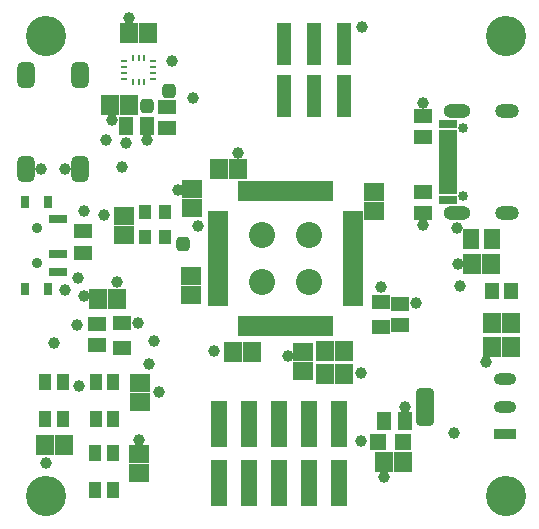
<source format=gbr>
%TF.GenerationSoftware,Altium Limited,Altium Designer,24.6.1 (21)*%
G04 Layer_Color=8388736*
%FSLAX45Y45*%
%MOMM*%
%TF.SameCoordinates,6A5B3439-CA9B-47F1-B443-B48DB32901A5*%
%TF.FilePolarity,Negative*%
%TF.FileFunction,Soldermask,Top*%
%TF.Part,Single*%
G01*
G75*
%TA.AperFunction,SMDPad,CuDef*%
%ADD10R,1.27000X3.68000*%
%TA.AperFunction,ConnectorPad*%
%ADD18R,1.50000X0.70000*%
%ADD19R,0.80000X1.00000*%
%TA.AperFunction,SMDPad,CuDef*%
%ADD22R,0.60000X0.25000*%
%ADD23R,0.25000X0.60000*%
%ADD25R,1.10000X1.30000*%
%ADD28R,1.90500X0.95213*%
G04:AMPARAMS|DCode=29|XSize=1.905mm|YSize=0.95213mm|CornerRadius=0.47606mm|HoleSize=0mm|Usage=FLASHONLY|Rotation=180.000|XOffset=0mm|YOffset=0mm|HoleType=Round|Shape=RoundedRectangle|*
%AMROUNDEDRECTD29*
21,1,1.90500,0.00000,0,0,180.0*
21,1,0.95287,0.95213,0,0,180.0*
1,1,0.95213,-0.47644,0.00000*
1,1,0.95213,0.47644,0.00000*
1,1,0.95213,0.47644,0.00000*
1,1,0.95213,-0.47644,0.00000*
%
%ADD29ROUNDEDRECTD29*%
G04:AMPARAMS|DCode=30|XSize=1.60429mm|YSize=3.26213mm|CornerRadius=0.47327mm|HoleSize=0mm|Usage=FLASHONLY|Rotation=180.000|XOffset=0mm|YOffset=0mm|HoleType=Round|Shape=RoundedRectangle|*
%AMROUNDEDRECTD30*
21,1,1.60429,2.31560,0,0,180.0*
21,1,0.65776,3.26213,0,0,180.0*
1,1,0.94654,-0.32888,1.15780*
1,1,0.94654,0.32888,1.15780*
1,1,0.94654,0.32888,-1.15780*
1,1,0.94654,-0.32888,-1.15780*
%
%ADD30ROUNDEDRECTD30*%
%ADD31R,1.25490X1.45620*%
%TA.AperFunction,ComponentPad*%
%ADD41C,0.90000*%
%TA.AperFunction,ConnectorPad*%
G04:AMPARAMS|DCode=56|XSize=2.2032mm|YSize=1.4532mm|CornerRadius=0.4141mm|HoleSize=0mm|Usage=FLASHONLY|Rotation=90.000|XOffset=0mm|YOffset=0mm|HoleType=Round|Shape=RoundedRectangle|*
%AMROUNDEDRECTD56*
21,1,2.20320,0.62500,0,0,90.0*
21,1,1.37500,1.45320,0,0,90.0*
1,1,0.82820,0.31250,0.68750*
1,1,0.82820,0.31250,-0.68750*
1,1,0.82820,-0.31250,-0.68750*
1,1,0.82820,-0.31250,0.68750*
%
%ADD56ROUNDEDRECTD56*%
%TA.AperFunction,SMDPad,CuDef*%
%ADD57R,0.50320X1.70320*%
%ADD58R,1.70320X0.50320*%
%ADD59R,1.65320X1.50320*%
%ADD60R,1.55320X1.20320*%
%ADD61R,1.50320X1.65320*%
%ADD62R,1.20320X1.55320*%
%ADD63R,1.00320X1.40320*%
%ADD64R,1.50320X1.30320*%
%ADD65R,1.40320X1.40320*%
%ADD66R,1.47320X3.88320*%
%TA.AperFunction,TestPad*%
G04:AMPARAMS|DCode=67|XSize=1.2032mm|YSize=1.2032mm|CornerRadius=0.3516mm|HoleSize=0mm|Usage=FLASHONLY|Rotation=90.000|XOffset=0mm|YOffset=0mm|HoleType=Round|Shape=RoundedRectangle|*
%AMROUNDEDRECTD67*
21,1,1.20320,0.50000,0,0,90.0*
21,1,0.50000,1.20320,0,0,90.0*
1,1,0.70320,0.25000,0.25000*
1,1,0.70320,0.25000,-0.25000*
1,1,0.70320,-0.25000,-0.25000*
1,1,0.70320,-0.25000,0.25000*
%
%ADD67ROUNDEDRECTD67*%
G04:AMPARAMS|DCode=68|XSize=1.2032mm|YSize=1.2032mm|CornerRadius=0.3516mm|HoleSize=0mm|Usage=FLASHONLY|Rotation=0.000|XOffset=0mm|YOffset=0mm|HoleType=Round|Shape=RoundedRectangle|*
%AMROUNDEDRECTD68*
21,1,1.20320,0.50000,0,0,0.0*
21,1,0.50000,1.20320,0,0,0.0*
1,1,0.70320,0.25000,-0.25000*
1,1,0.70320,-0.25000,-0.25000*
1,1,0.70320,-0.25000,0.25000*
1,1,0.70320,0.25000,0.25000*
%
%ADD68ROUNDEDRECTD68*%
%TA.AperFunction,SMDPad,CuDef*%
%ADD69R,1.35320X1.65320*%
%ADD70R,1.60320X0.80320*%
%ADD71R,1.60320X0.50320*%
%TA.AperFunction,ViaPad*%
%ADD72C,3.40320*%
%TA.AperFunction,ComponentPad*%
%ADD73O,2.00320X1.20320*%
%ADD74O,2.30320X1.20320*%
%ADD75C,0.85320*%
%TA.AperFunction,ViaPad*%
%ADD76C,1.00320*%
%ADD77C,2.20320*%
D10*
X2826500Y4132750D02*
D03*
X2572500D02*
D03*
X2318500D02*
D03*
X2826500Y3688750D02*
D03*
X2572500D02*
D03*
X2318500D02*
D03*
D18*
X401500Y2347500D02*
D03*
Y2197500D02*
D03*
Y2647500D02*
D03*
D19*
X323000Y2787500D02*
D03*
Y2057500D02*
D03*
X130000Y2787500D02*
D03*
Y2057500D02*
D03*
D22*
X962500Y3835000D02*
D03*
Y3885000D02*
D03*
Y3935000D02*
D03*
Y3985000D02*
D03*
X1212500Y3835000D02*
D03*
Y3885000D02*
D03*
Y3935000D02*
D03*
Y3985000D02*
D03*
D23*
X1137500Y4010000D02*
D03*
X1087500D02*
D03*
X1037500D02*
D03*
Y3810000D02*
D03*
X1087500D02*
D03*
X1137500D02*
D03*
D25*
X1307500Y2705000D02*
D03*
Y2495000D02*
D03*
X1142500D02*
D03*
Y2705000D02*
D03*
D28*
X4189500Y831000D02*
D03*
D29*
Y1060000D02*
D03*
Y1289000D02*
D03*
D30*
X3510500Y1060000D02*
D03*
D31*
X4242565Y2040000D02*
D03*
X4077435D02*
D03*
D41*
X226500Y2572500D02*
D03*
Y2272500D02*
D03*
D56*
X137700Y3067500D02*
D03*
X587700D02*
D03*
X137700Y3867500D02*
D03*
X587700D02*
D03*
D57*
X1955000Y2885000D02*
D03*
X2005000D02*
D03*
X2055000D02*
D03*
X2105000D02*
D03*
X2155000D02*
D03*
X2205000D02*
D03*
X2255000D02*
D03*
X2305000D02*
D03*
X2355000D02*
D03*
X2405000D02*
D03*
X2455000D02*
D03*
X2505000D02*
D03*
X2555000D02*
D03*
X2605000D02*
D03*
X2655000D02*
D03*
X2705000D02*
D03*
Y1745000D02*
D03*
X2655000D02*
D03*
X2605000D02*
D03*
X2555000D02*
D03*
X2505000D02*
D03*
X2455000D02*
D03*
X2405000D02*
D03*
X2355000D02*
D03*
X2305000D02*
D03*
X2255000D02*
D03*
X2205000D02*
D03*
X2155000D02*
D03*
X2105000D02*
D03*
X2055000D02*
D03*
X2005000D02*
D03*
X1955000D02*
D03*
D58*
X2900000Y2690000D02*
D03*
Y2640000D02*
D03*
Y2590000D02*
D03*
Y2540000D02*
D03*
Y2490000D02*
D03*
Y2440000D02*
D03*
Y2390000D02*
D03*
Y2340000D02*
D03*
Y2290000D02*
D03*
Y2240000D02*
D03*
Y2190000D02*
D03*
Y2140000D02*
D03*
Y2090000D02*
D03*
Y2040000D02*
D03*
Y1990000D02*
D03*
Y1940000D02*
D03*
X1760000D02*
D03*
Y1990000D02*
D03*
Y2040000D02*
D03*
Y2090000D02*
D03*
Y2140000D02*
D03*
Y2190000D02*
D03*
Y2240000D02*
D03*
Y2290000D02*
D03*
Y2340000D02*
D03*
Y2390000D02*
D03*
Y2440000D02*
D03*
Y2490000D02*
D03*
Y2540000D02*
D03*
Y2590000D02*
D03*
Y2640000D02*
D03*
Y2690000D02*
D03*
D59*
X1537500Y2900000D02*
D03*
Y2740000D02*
D03*
X2482500Y1362500D02*
D03*
Y1522500D02*
D03*
X965000Y2670000D02*
D03*
Y2510000D02*
D03*
X1100000Y1102500D02*
D03*
Y1262500D02*
D03*
X1090000Y497500D02*
D03*
Y657500D02*
D03*
X1532500Y2005000D02*
D03*
Y2165000D02*
D03*
X3085000Y2872500D02*
D03*
Y2712500D02*
D03*
D60*
X1332500Y3595000D02*
D03*
Y3415000D02*
D03*
X737500Y1762500D02*
D03*
Y1582500D02*
D03*
X3495000Y2877500D02*
D03*
Y2697500D02*
D03*
X3500000Y3340000D02*
D03*
Y3520000D02*
D03*
X3302500Y1930000D02*
D03*
Y1750000D02*
D03*
X617500Y2362500D02*
D03*
Y2542500D02*
D03*
D61*
X3162500Y592500D02*
D03*
X3322500D02*
D03*
X2045000Y1522500D02*
D03*
X1885000D02*
D03*
X907500Y1967500D02*
D03*
X747500D02*
D03*
X4240000Y1770000D02*
D03*
X4080000D02*
D03*
X4240000Y1560000D02*
D03*
X4080000D02*
D03*
X4069999Y2270000D02*
D03*
X3910000D02*
D03*
X1007500Y3612500D02*
D03*
X847500D02*
D03*
X1167500Y4220000D02*
D03*
X1007500D02*
D03*
X452500Y735000D02*
D03*
X292500D02*
D03*
X2827500Y1530000D02*
D03*
X2667500D02*
D03*
X2830000Y1337500D02*
D03*
X2670000D02*
D03*
X1767500Y3075000D02*
D03*
X1927500D02*
D03*
D62*
X3343787Y933787D02*
D03*
X3163787D02*
D03*
X977500Y3432500D02*
D03*
X1157500D02*
D03*
D63*
X295300Y1264100D02*
D03*
Y954100D02*
D03*
X445300D02*
D03*
Y1264100D02*
D03*
X875300Y1266100D02*
D03*
Y956100D02*
D03*
X725300D02*
D03*
Y1266100D02*
D03*
X870300Y662600D02*
D03*
Y352600D02*
D03*
X720300D02*
D03*
Y662600D02*
D03*
D64*
X3142500Y1737500D02*
D03*
Y1947500D02*
D03*
X947500Y1765000D02*
D03*
Y1555000D02*
D03*
D65*
X3117500Y760000D02*
D03*
X3327500D02*
D03*
D66*
X2780500Y910000D02*
D03*
Y415000D02*
D03*
X2526500Y910000D02*
D03*
Y415000D02*
D03*
X2272500Y910000D02*
D03*
Y415000D02*
D03*
X2018500Y910000D02*
D03*
Y415000D02*
D03*
X1764500Y910000D02*
D03*
Y415000D02*
D03*
D67*
X1160000Y3602500D02*
D03*
X1345000Y3732500D02*
D03*
D68*
X1465000Y2440000D02*
D03*
D69*
X4077500Y2480000D02*
D03*
X3902500D02*
D03*
D70*
X3704100Y3370000D02*
D03*
Y2810000D02*
D03*
Y2890000D02*
D03*
Y3450000D02*
D03*
D71*
Y2955000D02*
D03*
Y3005000D02*
D03*
Y3055000D02*
D03*
Y3305000D02*
D03*
Y3155000D02*
D03*
Y3205000D02*
D03*
Y3255000D02*
D03*
Y3105000D02*
D03*
D72*
X4200000Y300000D02*
D03*
X300000D02*
D03*
X4200000Y4200000D02*
D03*
X300000D02*
D03*
D73*
X4204500Y3562000D02*
D03*
Y2698000D02*
D03*
D74*
X3786500Y3562000D02*
D03*
Y2698000D02*
D03*
D75*
X3836500Y2841000D02*
D03*
Y3419000D02*
D03*
D76*
X1725000Y1530000D02*
D03*
X465000Y2045000D02*
D03*
X577500Y2150000D02*
D03*
X627500Y2712500D02*
D03*
X260000Y3067500D02*
D03*
X467500D02*
D03*
X812500Y3312500D02*
D03*
X862500Y3482500D02*
D03*
X367500Y1595000D02*
D03*
X1220000Y1617500D02*
D03*
X1080000Y1767500D02*
D03*
X2350000Y1490000D02*
D03*
X2972500Y767500D02*
D03*
X3142500Y2072500D02*
D03*
X1420000Y2895000D02*
D03*
X1930000Y3207500D02*
D03*
X947500Y3090000D02*
D03*
X1550000Y3675000D02*
D03*
X1175000Y1420000D02*
D03*
X582528Y1237560D02*
D03*
X1260000Y1180000D02*
D03*
X3492500Y2597500D02*
D03*
X792500Y2685000D02*
D03*
X3790000Y2270000D02*
D03*
X3435000Y1937500D02*
D03*
X3810000Y2080000D02*
D03*
X2970000Y1342500D02*
D03*
X3165000Y467500D02*
D03*
X3347500Y1060000D02*
D03*
X977500Y3292500D02*
D03*
X1157500Y3312500D02*
D03*
X3780000Y2570000D02*
D03*
X300000Y580000D02*
D03*
X627500Y1992500D02*
D03*
X1090000Y780000D02*
D03*
X567500Y1752500D02*
D03*
X1595000Y2590000D02*
D03*
X1007500Y4350000D02*
D03*
X3760000Y840000D02*
D03*
X4030000Y1440000D02*
D03*
X3500000Y3630000D02*
D03*
X2982500Y4270750D02*
D03*
X907500Y2112500D02*
D03*
X1367500Y3985000D02*
D03*
D77*
X2530000Y2115000D02*
D03*
X2130000D02*
D03*
X2530000Y2515000D02*
D03*
X2130000D02*
D03*
%TF.MD5,8c5a0d77729e7434938abbd042b61877*%
M02*

</source>
